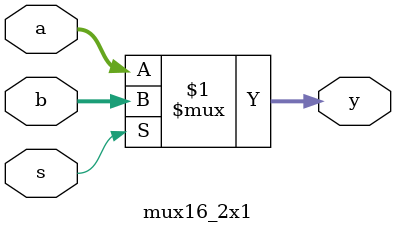
<source format=v>
module mux16_2x1(a, b, s, y);
	input 	[15:0] a;
	input 	[15:0] b;
	input 	s;

	output [15:0]y;

	assign y = s? b : a;
endmodule

</source>
